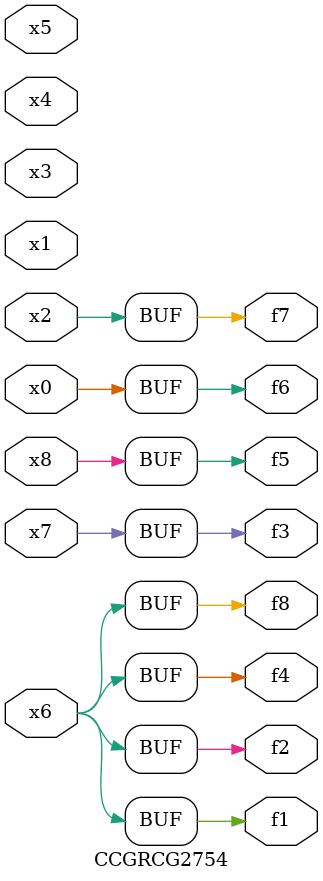
<source format=v>
module CCGRCG2754(
	input x0, x1, x2, x3, x4, x5, x6, x7, x8,
	output f1, f2, f3, f4, f5, f6, f7, f8
);
	assign f1 = x6;
	assign f2 = x6;
	assign f3 = x7;
	assign f4 = x6;
	assign f5 = x8;
	assign f6 = x0;
	assign f7 = x2;
	assign f8 = x6;
endmodule

</source>
